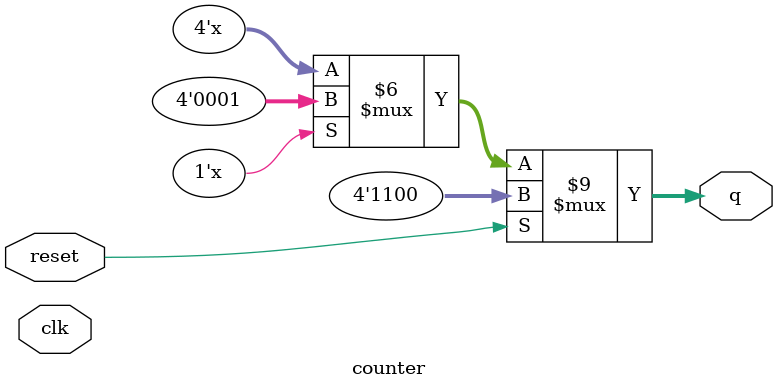
<source format=v>
module counter( 
    input clk,
    input reset,
    output reg [3:0] q
); 
// update q on the positive edge of the clock according to the following cases:
// on reset, assign q to 1
// else if q is 12, assign q to 1
// else, increment q by 1 
initial begin
    counter.q <= 1;
    if (reset == 1'b1) begin
        counter.q <= 12;
    end
    else if (counter.q == 12) begin
        counter.q <= 1;
    end
    else begin
        counter.q <= (counter.q + 1);
    end
end
endmodule

</source>
